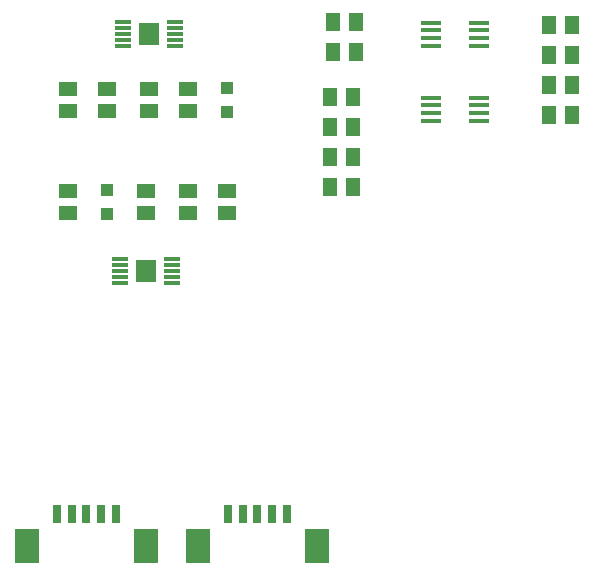
<source format=gbr>
G04 EAGLE Gerber RS-274X export*
G75*
%MOMM*%
%FSLAX34Y34*%
%LPD*%
%INSolderpaste Top*%
%IPPOS*%
%AMOC8*
5,1,8,0,0,1.08239X$1,22.5*%
G01*
%ADD10R,1.300000X1.500000*%
%ADD11R,1.778000X0.431800*%
%ADD12R,0.800000X1.600000*%
%ADD13R,2.100000X3.000000*%
%ADD14R,1.425000X0.300000*%
%ADD15R,1.680000X1.880000*%
%ADD16R,1.500000X1.300000*%
%ADD17R,1.000000X1.000000*%


D10*
X328320Y330200D03*
X347320Y330200D03*
X328320Y381000D03*
X347320Y381000D03*
X532740Y467360D03*
X513740Y467360D03*
X513740Y441960D03*
X532740Y441960D03*
X532740Y391160D03*
X513740Y391160D03*
X532740Y416560D03*
X513740Y416560D03*
X349860Y444500D03*
X330860Y444500D03*
X330860Y469900D03*
X349860Y469900D03*
X328320Y406400D03*
X347320Y406400D03*
X347320Y355600D03*
X328320Y355600D03*
D11*
X413893Y469490D03*
X413893Y462990D03*
X413893Y456490D03*
X413893Y449990D03*
X454787Y449990D03*
X454787Y456490D03*
X454787Y462990D03*
X454787Y469490D03*
X413893Y405990D03*
X413893Y399490D03*
X413893Y392990D03*
X413893Y386490D03*
X454787Y386490D03*
X454787Y392990D03*
X454787Y399490D03*
X454787Y405990D03*
D12*
X241700Y53340D03*
X254200Y53340D03*
X266700Y53340D03*
X279200Y53340D03*
X291700Y53340D03*
D13*
X216100Y25840D03*
X317300Y25840D03*
D12*
X96920Y53340D03*
X109420Y53340D03*
X121920Y53340D03*
X134420Y53340D03*
X146920Y53340D03*
D13*
X71320Y25840D03*
X172520Y25840D03*
D14*
X150600Y269080D03*
X150600Y264080D03*
X150600Y259080D03*
X150600Y254080D03*
X150600Y249080D03*
X194840Y249080D03*
X194840Y254080D03*
X194840Y259080D03*
X194840Y264080D03*
X194840Y269080D03*
D15*
X172720Y259080D03*
D14*
X197380Y449740D03*
X197380Y454740D03*
X197380Y459740D03*
X197380Y464740D03*
X197380Y469740D03*
X153140Y469740D03*
X153140Y464740D03*
X153140Y459740D03*
X153140Y454740D03*
X153140Y449740D03*
D15*
X175260Y459740D03*
D16*
X172720Y327000D03*
X172720Y308000D03*
X139700Y413360D03*
X139700Y394360D03*
X241300Y327000D03*
X241300Y308000D03*
X175260Y394360D03*
X175260Y413360D03*
X106680Y413360D03*
X106680Y394360D03*
X106680Y327000D03*
X106680Y308000D03*
X208280Y327000D03*
X208280Y308000D03*
X208280Y413360D03*
X208280Y394360D03*
D17*
X139700Y327500D03*
X139700Y307500D03*
X241300Y393860D03*
X241300Y413860D03*
M02*

</source>
